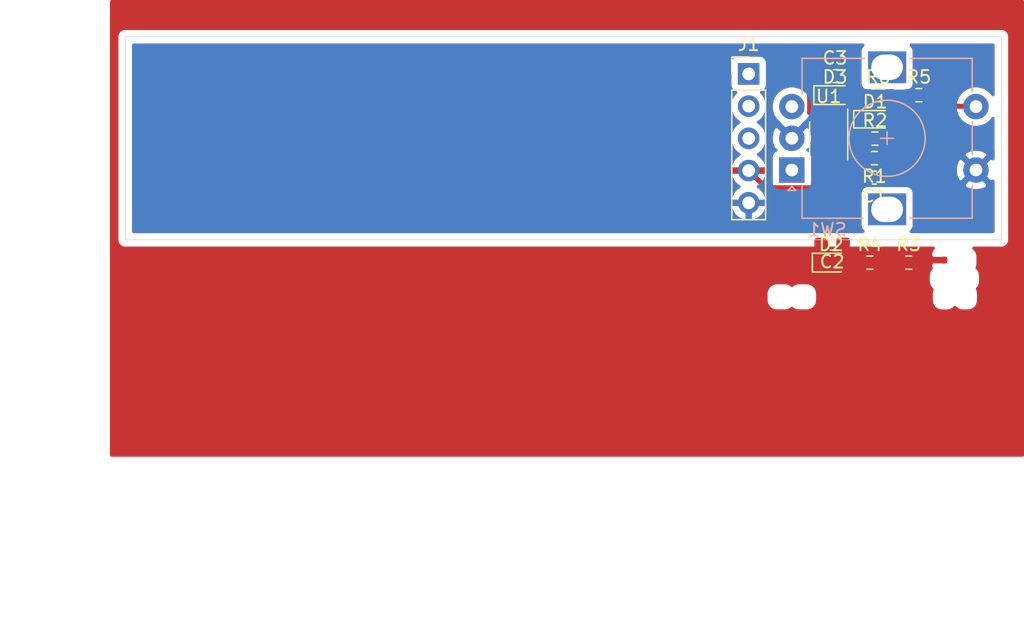
<source format=kicad_pcb>
(kicad_pcb (version 20171130) (host pcbnew 5.1.12-1.fc35)

  (general
    (thickness 1.6)
    (drawings 4)
    (tracks 23)
    (zones 0)
    (modules 15)
    (nets 12)
  )

  (page A4)
  (layers
    (0 F.Cu signal)
    (31 B.Cu signal)
    (32 B.Adhes user hide)
    (33 F.Adhes user hide)
    (34 B.Paste user hide)
    (35 F.Paste user hide)
    (36 B.SilkS user hide)
    (37 F.SilkS user hide)
    (38 B.Mask user hide)
    (39 F.Mask user)
    (40 Dwgs.User user)
    (41 Cmts.User user)
    (42 Eco1.User user hide)
    (43 Eco2.User user hide)
    (44 Edge.Cuts user)
    (45 Margin user)
    (46 B.CrtYd user)
    (47 F.CrtYd user)
    (48 B.Fab user hide)
    (49 F.Fab user hide)
  )

  (setup
    (last_trace_width 0.4)
    (user_trace_width 0.4)
    (user_trace_width 0.5)
    (user_trace_width 0.75)
    (user_trace_width 1)
    (trace_clearance 0.2)
    (zone_clearance 0.508)
    (zone_45_only no)
    (trace_min 0.2)
    (via_size 0.8)
    (via_drill 0.4)
    (via_min_size 0.4)
    (via_min_drill 0.3)
    (uvia_size 0.3)
    (uvia_drill 0.1)
    (uvias_allowed no)
    (uvia_min_size 0.2)
    (uvia_min_drill 0.1)
    (edge_width 0.05)
    (segment_width 0.2)
    (pcb_text_width 0.3)
    (pcb_text_size 1.5 1.5)
    (mod_edge_width 0.12)
    (mod_text_size 1 1)
    (mod_text_width 0.15)
    (pad_size 1.524 1.524)
    (pad_drill 0.762)
    (pad_to_mask_clearance 0)
    (aux_axis_origin 0 0)
    (visible_elements FFFFFF7F)
    (pcbplotparams
      (layerselection 0x010fc_ffffffff)
      (usegerberextensions false)
      (usegerberattributes true)
      (usegerberadvancedattributes true)
      (creategerberjobfile true)
      (excludeedgelayer true)
      (linewidth 0.100000)
      (plotframeref false)
      (viasonmask false)
      (mode 1)
      (useauxorigin false)
      (hpglpennumber 1)
      (hpglpenspeed 20)
      (hpglpendiameter 15.000000)
      (psnegative false)
      (psa4output false)
      (plotreference true)
      (plotvalue true)
      (plotinvisibletext false)
      (padsonsilk false)
      (subtractmaskfromsilk false)
      (outputformat 1)
      (mirror false)
      (drillshape 1)
      (scaleselection 1)
      (outputdirectory ""))
  )

  (net 0 "")
  (net 1 GND)
  (net 2 VCC)
  (net 3 Trig_1)
  (net 4 Trig_2)
  (net 5 Trig_3)
  (net 6 Sig_1)
  (net 7 Sig_2)
  (net 8 Sig_3)
  (net 9 "Net-(J1-Pad1)")
  (net 10 "Net-(J1-Pad2)")
  (net 11 "Net-(J1-Pad3)")

  (net_class Default "This is the default net class."
    (clearance 0.2)
    (trace_width 0.25)
    (via_dia 0.8)
    (via_drill 0.4)
    (uvia_dia 0.3)
    (uvia_drill 0.1)
    (add_net GND)
    (add_net "Net-(J1-Pad1)")
    (add_net "Net-(J1-Pad2)")
    (add_net "Net-(J1-Pad3)")
    (add_net Sig_1)
    (add_net Sig_2)
    (add_net Sig_3)
    (add_net Trig_1)
    (add_net Trig_2)
    (add_net Trig_3)
    (add_net VCC)
  )

  (module Resistor_SMD:R_0603_1608Metric_Pad0.98x0.95mm_HandSolder (layer F.Cu) (tedit 5F68FEEE) (tstamp 619EB4A2)
    (at 229.5 62.5)
    (descr "Resistor SMD 0603 (1608 Metric), square (rectangular) end terminal, IPC_7351 nominal with elongated pad for handsoldering. (Body size source: IPC-SM-782 page 72, https://www.pcb-3d.com/wordpress/wp-content/uploads/ipc-sm-782a_amendment_1_and_2.pdf), generated with kicad-footprint-generator")
    (tags "resistor handsolder")
    (path /61A01A41)
    (attr smd)
    (fp_text reference R6 (at 0 -1.43) (layer F.SilkS)
      (effects (font (size 1 1) (thickness 0.15)))
    )
    (fp_text value 18K2 (at 0 1.43) (layer F.Fab)
      (effects (font (size 1 1) (thickness 0.15)))
    )
    (fp_text user %R (at 0 0) (layer F.Fab)
      (effects (font (size 0.4 0.4) (thickness 0.06)))
    )
    (fp_line (start -0.8 0.4125) (end -0.8 -0.4125) (layer F.Fab) (width 0.1))
    (fp_line (start -0.8 -0.4125) (end 0.8 -0.4125) (layer F.Fab) (width 0.1))
    (fp_line (start 0.8 -0.4125) (end 0.8 0.4125) (layer F.Fab) (width 0.1))
    (fp_line (start 0.8 0.4125) (end -0.8 0.4125) (layer F.Fab) (width 0.1))
    (fp_line (start -0.254724 -0.5225) (end 0.254724 -0.5225) (layer F.SilkS) (width 0.12))
    (fp_line (start -0.254724 0.5225) (end 0.254724 0.5225) (layer F.SilkS) (width 0.12))
    (fp_line (start -1.65 0.73) (end -1.65 -0.73) (layer F.CrtYd) (width 0.05))
    (fp_line (start -1.65 -0.73) (end 1.65 -0.73) (layer F.CrtYd) (width 0.05))
    (fp_line (start 1.65 -0.73) (end 1.65 0.73) (layer F.CrtYd) (width 0.05))
    (fp_line (start 1.65 0.73) (end -1.65 0.73) (layer F.CrtYd) (width 0.05))
    (pad 2 smd roundrect (at 0.9125 0) (size 0.975 0.95) (layers F.Cu F.Paste F.Mask) (roundrect_rratio 0.25)
      (net 8 Sig_3))
    (pad 1 smd roundrect (at -0.9125 0) (size 0.975 0.95) (layers F.Cu F.Paste F.Mask) (roundrect_rratio 0.25)
      (net 5 Trig_3))
    (model ${KISYS3DMOD}/Resistor_SMD.3dshapes/R_0603_1608Metric.wrl
      (at (xyz 0 0 0))
      (scale (xyz 1 1 1))
      (rotate (xyz 0 0 0))
    )
  )

  (module Resistor_SMD:R_0603_1608Metric (layer F.Cu) (tedit 5F68FEEE) (tstamp 619EB493)
    (at 232.7 62.5)
    (descr "Resistor SMD 0603 (1608 Metric), square (rectangular) end terminal, IPC_7351 nominal, (Body size source: IPC-SM-782 page 72, https://www.pcb-3d.com/wordpress/wp-content/uploads/ipc-sm-782a_amendment_1_and_2.pdf), generated with kicad-footprint-generator")
    (tags resistor)
    (path /61A01A35)
    (attr smd)
    (fp_text reference R5 (at 0 -1.43) (layer F.SilkS)
      (effects (font (size 1 1) (thickness 0.15)))
    )
    (fp_text value 82K (at 0 1.43) (layer F.Fab)
      (effects (font (size 1 1) (thickness 0.15)))
    )
    (fp_text user %R (at 0 0) (layer F.Fab)
      (effects (font (size 0.4 0.4) (thickness 0.06)))
    )
    (fp_line (start -0.8 0.4125) (end -0.8 -0.4125) (layer F.Fab) (width 0.1))
    (fp_line (start -0.8 -0.4125) (end 0.8 -0.4125) (layer F.Fab) (width 0.1))
    (fp_line (start 0.8 -0.4125) (end 0.8 0.4125) (layer F.Fab) (width 0.1))
    (fp_line (start 0.8 0.4125) (end -0.8 0.4125) (layer F.Fab) (width 0.1))
    (fp_line (start -0.237258 -0.5225) (end 0.237258 -0.5225) (layer F.SilkS) (width 0.12))
    (fp_line (start -0.237258 0.5225) (end 0.237258 0.5225) (layer F.SilkS) (width 0.12))
    (fp_line (start -1.48 0.73) (end -1.48 -0.73) (layer F.CrtYd) (width 0.05))
    (fp_line (start -1.48 -0.73) (end 1.48 -0.73) (layer F.CrtYd) (width 0.05))
    (fp_line (start 1.48 -0.73) (end 1.48 0.73) (layer F.CrtYd) (width 0.05))
    (fp_line (start 1.48 0.73) (end -1.48 0.73) (layer F.CrtYd) (width 0.05))
    (pad 2 smd roundrect (at 0.825 0) (size 0.8 0.95) (layers F.Cu F.Paste F.Mask) (roundrect_rratio 0.25)
      (net 2 VCC))
    (pad 1 smd roundrect (at -0.825 0) (size 0.8 0.95) (layers F.Cu F.Paste F.Mask) (roundrect_rratio 0.25)
      (net 8 Sig_3))
    (model ${KISYS3DMOD}/Resistor_SMD.3dshapes/R_0603_1608Metric.wrl
      (at (xyz 0 0 0))
      (scale (xyz 1 1 1))
      (rotate (xyz 0 0 0))
    )
  )

  (module Resistor_SMD:R_0603_1608Metric (layer F.Cu) (tedit 5F68FEEE) (tstamp 619EB484)
    (at 228.841166 75.7)
    (descr "Resistor SMD 0603 (1608 Metric), square (rectangular) end terminal, IPC_7351 nominal, (Body size source: IPC-SM-782 page 72, https://www.pcb-3d.com/wordpress/wp-content/uploads/ipc-sm-782a_amendment_1_and_2.pdf), generated with kicad-footprint-generator")
    (tags resistor)
    (path /619FE153)
    (attr smd)
    (fp_text reference R4 (at 0 -1.43) (layer F.SilkS)
      (effects (font (size 1 1) (thickness 0.15)))
    )
    (fp_text value 18K2 (at 0 1.43) (layer F.Fab)
      (effects (font (size 1 1) (thickness 0.15)))
    )
    (fp_text user %R (at 0 0) (layer F.Fab)
      (effects (font (size 0.4 0.4) (thickness 0.06)))
    )
    (fp_line (start -0.8 0.4125) (end -0.8 -0.4125) (layer F.Fab) (width 0.1))
    (fp_line (start -0.8 -0.4125) (end 0.8 -0.4125) (layer F.Fab) (width 0.1))
    (fp_line (start 0.8 -0.4125) (end 0.8 0.4125) (layer F.Fab) (width 0.1))
    (fp_line (start 0.8 0.4125) (end -0.8 0.4125) (layer F.Fab) (width 0.1))
    (fp_line (start -0.237258 -0.5225) (end 0.237258 -0.5225) (layer F.SilkS) (width 0.12))
    (fp_line (start -0.237258 0.5225) (end 0.237258 0.5225) (layer F.SilkS) (width 0.12))
    (fp_line (start -1.48 0.73) (end -1.48 -0.73) (layer F.CrtYd) (width 0.05))
    (fp_line (start -1.48 -0.73) (end 1.48 -0.73) (layer F.CrtYd) (width 0.05))
    (fp_line (start 1.48 -0.73) (end 1.48 0.73) (layer F.CrtYd) (width 0.05))
    (fp_line (start 1.48 0.73) (end -1.48 0.73) (layer F.CrtYd) (width 0.05))
    (pad 2 smd roundrect (at 0.825 0) (size 0.8 0.95) (layers F.Cu F.Paste F.Mask) (roundrect_rratio 0.25)
      (net 7 Sig_2))
    (pad 1 smd roundrect (at -0.825 0) (size 0.8 0.95) (layers F.Cu F.Paste F.Mask) (roundrect_rratio 0.25)
      (net 4 Trig_2))
    (model ${KISYS3DMOD}/Resistor_SMD.3dshapes/R_0603_1608Metric.wrl
      (at (xyz 0 0 0))
      (scale (xyz 1 1 1))
      (rotate (xyz 0 0 0))
    )
  )

  (module Resistor_SMD:R_0603_1608Metric (layer F.Cu) (tedit 5F68FEEE) (tstamp 619EB475)
    (at 231.9 75.7)
    (descr "Resistor SMD 0603 (1608 Metric), square (rectangular) end terminal, IPC_7351 nominal, (Body size source: IPC-SM-782 page 72, https://www.pcb-3d.com/wordpress/wp-content/uploads/ipc-sm-782a_amendment_1_and_2.pdf), generated with kicad-footprint-generator")
    (tags resistor)
    (path /619FE147)
    (attr smd)
    (fp_text reference R3 (at 0 -1.43) (layer F.SilkS)
      (effects (font (size 1 1) (thickness 0.15)))
    )
    (fp_text value 82K (at 0 1.43) (layer F.Fab)
      (effects (font (size 1 1) (thickness 0.15)))
    )
    (fp_text user %R (at 0 0) (layer F.Fab)
      (effects (font (size 0.4 0.4) (thickness 0.06)))
    )
    (fp_line (start -0.8 0.4125) (end -0.8 -0.4125) (layer F.Fab) (width 0.1))
    (fp_line (start -0.8 -0.4125) (end 0.8 -0.4125) (layer F.Fab) (width 0.1))
    (fp_line (start 0.8 -0.4125) (end 0.8 0.4125) (layer F.Fab) (width 0.1))
    (fp_line (start 0.8 0.4125) (end -0.8 0.4125) (layer F.Fab) (width 0.1))
    (fp_line (start -0.237258 -0.5225) (end 0.237258 -0.5225) (layer F.SilkS) (width 0.12))
    (fp_line (start -0.237258 0.5225) (end 0.237258 0.5225) (layer F.SilkS) (width 0.12))
    (fp_line (start -1.48 0.73) (end -1.48 -0.73) (layer F.CrtYd) (width 0.05))
    (fp_line (start -1.48 -0.73) (end 1.48 -0.73) (layer F.CrtYd) (width 0.05))
    (fp_line (start 1.48 -0.73) (end 1.48 0.73) (layer F.CrtYd) (width 0.05))
    (fp_line (start 1.48 0.73) (end -1.48 0.73) (layer F.CrtYd) (width 0.05))
    (pad 2 smd roundrect (at 0.825 0) (size 0.8 0.95) (layers F.Cu F.Paste F.Mask) (roundrect_rratio 0.25)
      (net 2 VCC))
    (pad 1 smd roundrect (at -0.825 0) (size 0.8 0.95) (layers F.Cu F.Paste F.Mask) (roundrect_rratio 0.25)
      (net 7 Sig_2))
    (model ${KISYS3DMOD}/Resistor_SMD.3dshapes/R_0603_1608Metric.wrl
      (at (xyz 0 0 0))
      (scale (xyz 1 1 1))
      (rotate (xyz 0 0 0))
    )
  )

  (module Resistor_SMD:R_0603_1608Metric (layer F.Cu) (tedit 5F68FEEE) (tstamp 619E9FA2)
    (at 229.241166 65.926666)
    (descr "Resistor SMD 0603 (1608 Metric), square (rectangular) end terminal, IPC_7351 nominal, (Body size source: IPC-SM-782 page 72, https://www.pcb-3d.com/wordpress/wp-content/uploads/ipc-sm-782a_amendment_1_and_2.pdf), generated with kicad-footprint-generator")
    (tags resistor)
    (path /619D627B)
    (attr smd)
    (fp_text reference R2 (at 0 -1.43) (layer F.SilkS)
      (effects (font (size 1 1) (thickness 0.15)))
    )
    (fp_text value 18K2 (at 0 1.43) (layer F.Fab)
      (effects (font (size 1 1) (thickness 0.15)))
    )
    (fp_text user %R (at 0 0) (layer F.Fab)
      (effects (font (size 0.4 0.4) (thickness 0.06)))
    )
    (fp_line (start -0.8 0.4125) (end -0.8 -0.4125) (layer F.Fab) (width 0.1))
    (fp_line (start -0.8 -0.4125) (end 0.8 -0.4125) (layer F.Fab) (width 0.1))
    (fp_line (start 0.8 -0.4125) (end 0.8 0.4125) (layer F.Fab) (width 0.1))
    (fp_line (start 0.8 0.4125) (end -0.8 0.4125) (layer F.Fab) (width 0.1))
    (fp_line (start -0.237258 -0.5225) (end 0.237258 -0.5225) (layer F.SilkS) (width 0.12))
    (fp_line (start -0.237258 0.5225) (end 0.237258 0.5225) (layer F.SilkS) (width 0.12))
    (fp_line (start -1.48 0.73) (end -1.48 -0.73) (layer F.CrtYd) (width 0.05))
    (fp_line (start -1.48 -0.73) (end 1.48 -0.73) (layer F.CrtYd) (width 0.05))
    (fp_line (start 1.48 -0.73) (end 1.48 0.73) (layer F.CrtYd) (width 0.05))
    (fp_line (start 1.48 0.73) (end -1.48 0.73) (layer F.CrtYd) (width 0.05))
    (pad 2 smd roundrect (at 0.825 0) (size 0.8 0.95) (layers F.Cu F.Paste F.Mask) (roundrect_rratio 0.25)
      (net 6 Sig_1))
    (pad 1 smd roundrect (at -0.825 0) (size 0.8 0.95) (layers F.Cu F.Paste F.Mask) (roundrect_rratio 0.25)
      (net 3 Trig_1))
    (model ${KISYS3DMOD}/Resistor_SMD.3dshapes/R_0603_1608Metric.wrl
      (at (xyz 0 0 0))
      (scale (xyz 1 1 1))
      (rotate (xyz 0 0 0))
    )
  )

  (module Resistor_SMD:R_0603_1608Metric (layer F.Cu) (tedit 5F68FEEE) (tstamp 619E9FB6)
    (at 229.2 67.463332 180)
    (descr "Resistor SMD 0603 (1608 Metric), square (rectangular) end terminal, IPC_7351 nominal, (Body size source: IPC-SM-782 page 72, https://www.pcb-3d.com/wordpress/wp-content/uploads/ipc-sm-782a_amendment_1_and_2.pdf), generated with kicad-footprint-generator")
    (tags resistor)
    (path /619D386E)
    (attr smd)
    (fp_text reference R1 (at 0 -1.43) (layer F.SilkS)
      (effects (font (size 1 1) (thickness 0.15)))
    )
    (fp_text value 82K (at 0 1.43) (layer F.Fab)
      (effects (font (size 1 1) (thickness 0.15)))
    )
    (fp_text user %R (at 0 0) (layer F.Fab)
      (effects (font (size 0.4 0.4) (thickness 0.06)))
    )
    (fp_line (start -0.8 0.4125) (end -0.8 -0.4125) (layer F.Fab) (width 0.1))
    (fp_line (start -0.8 -0.4125) (end 0.8 -0.4125) (layer F.Fab) (width 0.1))
    (fp_line (start 0.8 -0.4125) (end 0.8 0.4125) (layer F.Fab) (width 0.1))
    (fp_line (start 0.8 0.4125) (end -0.8 0.4125) (layer F.Fab) (width 0.1))
    (fp_line (start -0.237258 -0.5225) (end 0.237258 -0.5225) (layer F.SilkS) (width 0.12))
    (fp_line (start -0.237258 0.5225) (end 0.237258 0.5225) (layer F.SilkS) (width 0.12))
    (fp_line (start -1.48 0.73) (end -1.48 -0.73) (layer F.CrtYd) (width 0.05))
    (fp_line (start -1.48 -0.73) (end 1.48 -0.73) (layer F.CrtYd) (width 0.05))
    (fp_line (start 1.48 -0.73) (end 1.48 0.73) (layer F.CrtYd) (width 0.05))
    (fp_line (start 1.48 0.73) (end -1.48 0.73) (layer F.CrtYd) (width 0.05))
    (pad 2 smd roundrect (at 0.825 0 180) (size 0.8 0.95) (layers F.Cu F.Paste F.Mask) (roundrect_rratio 0.25)
      (net 2 VCC))
    (pad 1 smd roundrect (at -0.825 0 180) (size 0.8 0.95) (layers F.Cu F.Paste F.Mask) (roundrect_rratio 0.25)
      (net 6 Sig_1))
    (model ${KISYS3DMOD}/Resistor_SMD.3dshapes/R_0603_1608Metric.wrl
      (at (xyz 0 0 0))
      (scale (xyz 1 1 1))
      (rotate (xyz 0 0 0))
    )
  )

  (module Diode_SMD:D_0603_1608Metric_Pad1.05x0.95mm_HandSolder (layer F.Cu) (tedit 5F68FEF0) (tstamp 619EB360)
    (at 226.1 62.5)
    (descr "Diode SMD 0603 (1608 Metric), square (rectangular) end terminal, IPC_7351 nominal, (Body size source: http://www.tortai-tech.com/upload/download/2011102023233369053.pdf), generated with kicad-footprint-generator")
    (tags "diode handsolder")
    (path /61A01A49)
    (attr smd)
    (fp_text reference D3 (at 0 -1.43) (layer F.SilkS)
      (effects (font (size 1 1) (thickness 0.15)))
    )
    (fp_text value 1N4148 (at 0 1.43) (layer F.Fab)
      (effects (font (size 1 1) (thickness 0.15)))
    )
    (fp_text user %R (at 0 0) (layer F.Fab)
      (effects (font (size 0.4 0.4) (thickness 0.06)))
    )
    (fp_line (start 0.8 -0.4) (end -0.5 -0.4) (layer F.Fab) (width 0.1))
    (fp_line (start -0.5 -0.4) (end -0.8 -0.1) (layer F.Fab) (width 0.1))
    (fp_line (start -0.8 -0.1) (end -0.8 0.4) (layer F.Fab) (width 0.1))
    (fp_line (start -0.8 0.4) (end 0.8 0.4) (layer F.Fab) (width 0.1))
    (fp_line (start 0.8 0.4) (end 0.8 -0.4) (layer F.Fab) (width 0.1))
    (fp_line (start 0.8 -0.735) (end -1.66 -0.735) (layer F.SilkS) (width 0.12))
    (fp_line (start -1.66 -0.735) (end -1.66 0.735) (layer F.SilkS) (width 0.12))
    (fp_line (start -1.66 0.735) (end 0.8 0.735) (layer F.SilkS) (width 0.12))
    (fp_line (start -1.65 0.73) (end -1.65 -0.73) (layer F.CrtYd) (width 0.05))
    (fp_line (start -1.65 -0.73) (end 1.65 -0.73) (layer F.CrtYd) (width 0.05))
    (fp_line (start 1.65 -0.73) (end 1.65 0.73) (layer F.CrtYd) (width 0.05))
    (fp_line (start 1.65 0.73) (end -1.65 0.73) (layer F.CrtYd) (width 0.05))
    (pad 2 smd roundrect (at 0.875 0) (size 1.05 0.95) (layers F.Cu F.Paste F.Mask) (roundrect_rratio 0.25)
      (net 8 Sig_3))
    (pad 1 smd roundrect (at -0.875 0) (size 1.05 0.95) (layers F.Cu F.Paste F.Mask) (roundrect_rratio 0.25)
      (net 5 Trig_3))
    (model ${KISYS3DMOD}/Diode_SMD.3dshapes/D_0603_1608Metric.wrl
      (at (xyz 0 0 0))
      (scale (xyz 1 1 1))
      (rotate (xyz 0 0 0))
    )
  )

  (module Diode_SMD:D_0603_1608Metric (layer F.Cu) (tedit 5F68FEF0) (tstamp 619EB34F)
    (at 225.8 75.7)
    (descr "Diode SMD 0603 (1608 Metric), square (rectangular) end terminal, IPC_7351 nominal, (Body size source: http://www.tortai-tech.com/upload/download/2011102023233369053.pdf), generated with kicad-footprint-generator")
    (tags diode)
    (path /619FE15B)
    (attr smd)
    (fp_text reference D2 (at 0 -1.43) (layer F.SilkS)
      (effects (font (size 1 1) (thickness 0.15)))
    )
    (fp_text value 1N4148 (at 0 1.43) (layer F.Fab)
      (effects (font (size 1 1) (thickness 0.15)))
    )
    (fp_text user %R (at 0 0) (layer F.Fab)
      (effects (font (size 0.4 0.4) (thickness 0.06)))
    )
    (fp_line (start 0.8 -0.4) (end -0.5 -0.4) (layer F.Fab) (width 0.1))
    (fp_line (start -0.5 -0.4) (end -0.8 -0.1) (layer F.Fab) (width 0.1))
    (fp_line (start -0.8 -0.1) (end -0.8 0.4) (layer F.Fab) (width 0.1))
    (fp_line (start -0.8 0.4) (end 0.8 0.4) (layer F.Fab) (width 0.1))
    (fp_line (start 0.8 0.4) (end 0.8 -0.4) (layer F.Fab) (width 0.1))
    (fp_line (start 0.8 -0.735) (end -1.485 -0.735) (layer F.SilkS) (width 0.12))
    (fp_line (start -1.485 -0.735) (end -1.485 0.735) (layer F.SilkS) (width 0.12))
    (fp_line (start -1.485 0.735) (end 0.8 0.735) (layer F.SilkS) (width 0.12))
    (fp_line (start -1.48 0.73) (end -1.48 -0.73) (layer F.CrtYd) (width 0.05))
    (fp_line (start -1.48 -0.73) (end 1.48 -0.73) (layer F.CrtYd) (width 0.05))
    (fp_line (start 1.48 -0.73) (end 1.48 0.73) (layer F.CrtYd) (width 0.05))
    (fp_line (start 1.48 0.73) (end -1.48 0.73) (layer F.CrtYd) (width 0.05))
    (pad 2 smd roundrect (at 0.7875 0) (size 0.875 0.95) (layers F.Cu F.Paste F.Mask) (roundrect_rratio 0.25)
      (net 7 Sig_2))
    (pad 1 smd roundrect (at -0.7875 0) (size 0.875 0.95) (layers F.Cu F.Paste F.Mask) (roundrect_rratio 0.25)
      (net 4 Trig_2))
    (model ${KISYS3DMOD}/Diode_SMD.3dshapes/D_0603_1608Metric.wrl
      (at (xyz 0 0 0))
      (scale (xyz 1 1 1))
      (rotate (xyz 0 0 0))
    )
  )

  (module Diode_SMD:D_0603_1608Metric_Castellated (layer F.Cu) (tedit 5F68FEF1) (tstamp 619E9F91)
    (at 229.261166 64.4)
    (descr "Diode SMD 0603 (1608 Metric), castellated end terminal, IPC_7351 nominal, (Body size source: http://www.tortai-tech.com/upload/download/2011102023233369053.pdf), generated with kicad-footprint-generator")
    (tags "diode castellated")
    (path /619D2140)
    (attr smd)
    (fp_text reference D1 (at 0 -1.38) (layer F.SilkS)
      (effects (font (size 1 1) (thickness 0.15)))
    )
    (fp_text value 1N4148 (at 0 1.38) (layer F.Fab)
      (effects (font (size 1 1) (thickness 0.15)))
    )
    (fp_text user %R (at 0 0) (layer F.Fab)
      (effects (font (size 0.4 0.4) (thickness 0.06)))
    )
    (fp_line (start 0.8 -0.4) (end -0.5 -0.4) (layer F.Fab) (width 0.1))
    (fp_line (start -0.5 -0.4) (end -0.8 -0.1) (layer F.Fab) (width 0.1))
    (fp_line (start -0.8 -0.1) (end -0.8 0.4) (layer F.Fab) (width 0.1))
    (fp_line (start -0.8 0.4) (end 0.8 0.4) (layer F.Fab) (width 0.1))
    (fp_line (start 0.8 0.4) (end 0.8 -0.4) (layer F.Fab) (width 0.1))
    (fp_line (start 0.8 -0.685) (end -1.685 -0.685) (layer F.SilkS) (width 0.12))
    (fp_line (start -1.685 -0.685) (end -1.685 0.685) (layer F.SilkS) (width 0.12))
    (fp_line (start -1.685 0.685) (end 0.8 0.685) (layer F.SilkS) (width 0.12))
    (fp_line (start -1.68 0.68) (end -1.68 -0.68) (layer F.CrtYd) (width 0.05))
    (fp_line (start -1.68 -0.68) (end 1.68 -0.68) (layer F.CrtYd) (width 0.05))
    (fp_line (start 1.68 -0.68) (end 1.68 0.68) (layer F.CrtYd) (width 0.05))
    (fp_line (start 1.68 0.68) (end -1.68 0.68) (layer F.CrtYd) (width 0.05))
    (pad 2 smd roundrect (at 0.8125 0) (size 1.225 0.85) (layers F.Cu F.Paste F.Mask) (roundrect_rratio 0.25)
      (net 6 Sig_1))
    (pad 1 smd roundrect (at -0.8125 0) (size 1.225 0.85) (layers F.Cu F.Paste F.Mask) (roundrect_rratio 0.25)
      (net 3 Trig_1))
    (model ${KISYS3DMOD}/Diode_SMD.3dshapes/D_0603_1608Metric_Castellated.wrl
      (at (xyz 0 0 0))
      (scale (xyz 1 1 1))
      (rotate (xyz 0 0 0))
    )
  )

  (module Capacitor_SMD:C_0603_1608Metric_Pad1.08x0.95mm_HandSolder (layer F.Cu) (tedit 5F68FEEF) (tstamp 619EB2C0)
    (at 226.1 61)
    (descr "Capacitor SMD 0603 (1608 Metric), square (rectangular) end terminal, IPC_7351 nominal with elongated pad for handsoldering. (Body size source: IPC-SM-782 page 76, https://www.pcb-3d.com/wordpress/wp-content/uploads/ipc-sm-782a_amendment_1_and_2.pdf), generated with kicad-footprint-generator")
    (tags "capacitor handsolder")
    (path /61A01A4F)
    (attr smd)
    (fp_text reference C3 (at 0 -1.43) (layer F.SilkS)
      (effects (font (size 1 1) (thickness 0.15)))
    )
    (fp_text value 100nF (at 0 1.43) (layer F.Fab)
      (effects (font (size 1 1) (thickness 0.15)))
    )
    (fp_text user %R (at 0 0) (layer F.Fab)
      (effects (font (size 0.4 0.4) (thickness 0.06)))
    )
    (fp_line (start -0.8 0.4) (end -0.8 -0.4) (layer F.Fab) (width 0.1))
    (fp_line (start -0.8 -0.4) (end 0.8 -0.4) (layer F.Fab) (width 0.1))
    (fp_line (start 0.8 -0.4) (end 0.8 0.4) (layer F.Fab) (width 0.1))
    (fp_line (start 0.8 0.4) (end -0.8 0.4) (layer F.Fab) (width 0.1))
    (fp_line (start -0.146267 -0.51) (end 0.146267 -0.51) (layer F.SilkS) (width 0.12))
    (fp_line (start -0.146267 0.51) (end 0.146267 0.51) (layer F.SilkS) (width 0.12))
    (fp_line (start -1.65 0.73) (end -1.65 -0.73) (layer F.CrtYd) (width 0.05))
    (fp_line (start -1.65 -0.73) (end 1.65 -0.73) (layer F.CrtYd) (width 0.05))
    (fp_line (start 1.65 -0.73) (end 1.65 0.73) (layer F.CrtYd) (width 0.05))
    (fp_line (start 1.65 0.73) (end -1.65 0.73) (layer F.CrtYd) (width 0.05))
    (pad 2 smd roundrect (at 0.8625 0) (size 1.075 0.95) (layers F.Cu F.Paste F.Mask) (roundrect_rratio 0.25)
      (net 5 Trig_3))
    (pad 1 smd roundrect (at -0.8625 0) (size 1.075 0.95) (layers F.Cu F.Paste F.Mask) (roundrect_rratio 0.25)
      (net 1 GND))
    (model ${KISYS3DMOD}/Capacitor_SMD.3dshapes/C_0603_1608Metric.wrl
      (at (xyz 0 0 0))
      (scale (xyz 1 1 1))
      (rotate (xyz 0 0 0))
    )
  )

  (module Capacitor_SMD:C_0603_1608Metric_Pad1.08x0.95mm_HandSolder (layer F.Cu) (tedit 5F68FEEF) (tstamp 619EB2AB)
    (at 225.875 74.2 180)
    (descr "Capacitor SMD 0603 (1608 Metric), square (rectangular) end terminal, IPC_7351 nominal with elongated pad for handsoldering. (Body size source: IPC-SM-782 page 76, https://www.pcb-3d.com/wordpress/wp-content/uploads/ipc-sm-782a_amendment_1_and_2.pdf), generated with kicad-footprint-generator")
    (tags "capacitor handsolder")
    (path /619FE161)
    (attr smd)
    (fp_text reference C2 (at 0 -1.43) (layer F.SilkS)
      (effects (font (size 1 1) (thickness 0.15)))
    )
    (fp_text value 100nF (at 0 1.43) (layer F.Fab)
      (effects (font (size 1 1) (thickness 0.15)))
    )
    (fp_text user %R (at 0 0) (layer F.Fab)
      (effects (font (size 0.4 0.4) (thickness 0.06)))
    )
    (fp_line (start -0.8 0.4) (end -0.8 -0.4) (layer F.Fab) (width 0.1))
    (fp_line (start -0.8 -0.4) (end 0.8 -0.4) (layer F.Fab) (width 0.1))
    (fp_line (start 0.8 -0.4) (end 0.8 0.4) (layer F.Fab) (width 0.1))
    (fp_line (start 0.8 0.4) (end -0.8 0.4) (layer F.Fab) (width 0.1))
    (fp_line (start -0.146267 -0.51) (end 0.146267 -0.51) (layer F.SilkS) (width 0.12))
    (fp_line (start -0.146267 0.51) (end 0.146267 0.51) (layer F.SilkS) (width 0.12))
    (fp_line (start -1.65 0.73) (end -1.65 -0.73) (layer F.CrtYd) (width 0.05))
    (fp_line (start -1.65 -0.73) (end 1.65 -0.73) (layer F.CrtYd) (width 0.05))
    (fp_line (start 1.65 -0.73) (end 1.65 0.73) (layer F.CrtYd) (width 0.05))
    (fp_line (start 1.65 0.73) (end -1.65 0.73) (layer F.CrtYd) (width 0.05))
    (pad 2 smd roundrect (at 0.8625 0 180) (size 1.075 0.95) (layers F.Cu F.Paste F.Mask) (roundrect_rratio 0.25)
      (net 4 Trig_2))
    (pad 1 smd roundrect (at -0.8625 0 180) (size 1.075 0.95) (layers F.Cu F.Paste F.Mask) (roundrect_rratio 0.25)
      (net 1 GND))
    (model ${KISYS3DMOD}/Capacitor_SMD.3dshapes/C_0603_1608Metric.wrl
      (at (xyz 0 0 0))
      (scale (xyz 1 1 1))
      (rotate (xyz 0 0 0))
    )
  )

  (module Capacitor_SMD:C_0603_1608Metric_Pad1.08x0.95mm_HandSolder (layer F.Cu) (tedit 5F68FEEF) (tstamp 619EDB0D)
    (at 229.2 69 180)
    (descr "Capacitor SMD 0603 (1608 Metric), square (rectangular) end terminal, IPC_7351 nominal with elongated pad for handsoldering. (Body size source: IPC-SM-782 page 76, https://www.pcb-3d.com/wordpress/wp-content/uploads/ipc-sm-782a_amendment_1_and_2.pdf), generated with kicad-footprint-generator")
    (tags "capacitor handsolder")
    (path /619D2E8F)
    (attr smd)
    (fp_text reference C1 (at 0 -1.43) (layer F.SilkS)
      (effects (font (size 1 1) (thickness 0.15)))
    )
    (fp_text value 100nF (at 0 1.43) (layer F.Fab)
      (effects (font (size 1 1) (thickness 0.15)))
    )
    (fp_text user %R (at 0 0) (layer F.Fab)
      (effects (font (size 0.4 0.4) (thickness 0.06)))
    )
    (fp_line (start -0.8 0.4) (end -0.8 -0.4) (layer F.Fab) (width 0.1))
    (fp_line (start -0.8 -0.4) (end 0.8 -0.4) (layer F.Fab) (width 0.1))
    (fp_line (start 0.8 -0.4) (end 0.8 0.4) (layer F.Fab) (width 0.1))
    (fp_line (start 0.8 0.4) (end -0.8 0.4) (layer F.Fab) (width 0.1))
    (fp_line (start -0.146267 -0.51) (end 0.146267 -0.51) (layer F.SilkS) (width 0.12))
    (fp_line (start -0.146267 0.51) (end 0.146267 0.51) (layer F.SilkS) (width 0.12))
    (fp_line (start -1.65 0.73) (end -1.65 -0.73) (layer F.CrtYd) (width 0.05))
    (fp_line (start -1.65 -0.73) (end 1.65 -0.73) (layer F.CrtYd) (width 0.05))
    (fp_line (start 1.65 -0.73) (end 1.65 0.73) (layer F.CrtYd) (width 0.05))
    (fp_line (start 1.65 0.73) (end -1.65 0.73) (layer F.CrtYd) (width 0.05))
    (pad 2 smd roundrect (at 0.8625 0 180) (size 1.075 0.95) (layers F.Cu F.Paste F.Mask) (roundrect_rratio 0.25)
      (net 3 Trig_1))
    (pad 1 smd roundrect (at -0.8625 0 180) (size 1.075 0.95) (layers F.Cu F.Paste F.Mask) (roundrect_rratio 0.25)
      (net 1 GND))
    (model ${KISYS3DMOD}/Capacitor_SMD.3dshapes/C_0603_1608Metric.wrl
      (at (xyz 0 0 0))
      (scale (xyz 1 1 1))
      (rotate (xyz 0 0 0))
    )
  )

  (module Package_SO:SSOP-8_2.95x2.8mm_P0.65mm (layer F.Cu) (tedit 5A02F25C) (tstamp 619EA000)
    (at 225.6 66.1 270)
    (descr "SSOP-8 2.9 x2.8mm Pitch 0.65mm")
    (tags "SSOP-8 2.95x2.8mm Pitch 0.65mm")
    (path /619EC3D6)
    (attr smd)
    (fp_text reference U1 (at -3.5 0 180) (layer F.SilkS)
      (effects (font (size 1 1) (thickness 0.15)))
    )
    (fp_text value 74LVC3G14 (at 0 2.6 90) (layer F.Fab)
      (effects (font (size 1 1) (thickness 0.15)))
    )
    (fp_line (start 1.475 -1.4) (end 1.475 1.4) (layer F.Fab) (width 0.1))
    (fp_line (start 1.475 1.4) (end -1.475 1.4) (layer F.Fab) (width 0.1))
    (fp_line (start -1.475 1.4) (end -1.475 -0.7) (layer F.Fab) (width 0.1))
    (fp_line (start -0.475 -1.4) (end 1.475 -1.4) (layer F.Fab) (width 0.1))
    (fp_line (start -0.475 -1.4) (end -1.475 -0.7) (layer F.Fab) (width 0.1))
    (fp_line (start 1.5 -1.5) (end -2.5 -1.5) (layer F.SilkS) (width 0.12))
    (fp_line (start 1.5 1.5) (end -1.5 1.5) (layer F.SilkS) (width 0.12))
    (fp_line (start 2.75 -1.65) (end 2.75 1.65) (layer F.CrtYd) (width 0.05))
    (fp_line (start 2.75 1.65) (end -2.75 1.65) (layer F.CrtYd) (width 0.05))
    (fp_line (start -2.75 1.65) (end -2.75 -1.65) (layer F.CrtYd) (width 0.05))
    (fp_line (start -2.75 -1.65) (end 2.75 -1.65) (layer F.CrtYd) (width 0.05))
    (fp_text user %R (at 0 0 90) (layer F.Fab)
      (effects (font (size 0.6 0.6) (thickness 0.15)))
    )
    (pad 8 smd rect (at 1.7 -0.975 180) (size 0.3 1.6) (layers F.Cu F.Paste F.Mask)
      (net 2 VCC))
    (pad 7 smd rect (at 1.7 -0.325 180) (size 0.3 1.6) (layers F.Cu F.Paste F.Mask)
      (net 9 "Net-(J1-Pad1)"))
    (pad 6 smd rect (at 1.7 0.325 180) (size 0.3 1.6) (layers F.Cu F.Paste F.Mask)
      (net 4 Trig_2))
    (pad 5 smd rect (at 1.7 0.975 180) (size 0.3 1.6) (layers F.Cu F.Paste F.Mask)
      (net 11 "Net-(J1-Pad3)"))
    (pad 4 smd rect (at -1.7 0.975 180) (size 0.3 1.6) (layers F.Cu F.Paste F.Mask)
      (net 1 GND))
    (pad 3 smd rect (at -1.7 0.325 180) (size 0.3 1.6) (layers F.Cu F.Paste F.Mask)
      (net 5 Trig_3))
    (pad 2 smd rect (at -1.7 -0.325 180) (size 0.3 1.6) (layers F.Cu F.Paste F.Mask)
      (net 10 "Net-(J1-Pad2)"))
    (pad 1 smd rect (at -1.7 -0.975 180) (size 0.3 1.6) (layers F.Cu F.Paste F.Mask)
      (net 3 Trig_1))
    (model ${KISYS3DMOD}/Package_SO.3dshapes/SSOP-8_2.95x2.8mm_P0.65mm.wrl
      (at (xyz 0 0 0))
      (scale (xyz 1 1 1))
      (rotate (xyz 0 0 0))
    )
  )

  (module Rotary_Encoder:RotaryEncoder_Alps_EC12E-Switch_Vertical_H20mm locked (layer B.Cu) (tedit 5A64F492) (tstamp 619FE549)
    (at 222.7 68.4)
    (descr "Alps rotary encoder, EC12E... with switch, vertical shaft, http://www.alps.com/prod/info/E/HTML/Encoder/Incremental/EC12E/EC12E1240405.html & http://cdn-reichelt.de/documents/datenblatt/F100/402097STEC12E08.PDF")
    (tags "rotary encoder")
    (path /619FF0BC)
    (fp_text reference SW1 (at 2.8 4.7) (layer B.SilkS)
      (effects (font (size 1 1) (thickness 0.15)) (justify mirror))
    )
    (fp_text value Rotary_Encoder_Switch (at 7.5 -10.4) (layer B.Fab)
      (effects (font (size 1 1) (thickness 0.15)) (justify mirror))
    )
    (fp_circle (center 7.5 -2.5) (end 10.5 -2.5) (layer B.Fab) (width 0.12))
    (fp_circle (center 7.5 -2.5) (end 10.5 -2.5) (layer B.SilkS) (width 0.12))
    (fp_line (start 16 -9.85) (end -1.5 -9.85) (layer B.CrtYd) (width 0.05))
    (fp_line (start 16 -9.85) (end 16 4.85) (layer B.CrtYd) (width 0.05))
    (fp_line (start -1.5 4.85) (end -1.5 -9.85) (layer B.CrtYd) (width 0.05))
    (fp_line (start -1.5 4.85) (end 16 4.85) (layer B.CrtYd) (width 0.05))
    (fp_line (start 1.9 3.7) (end 14.1 3.7) (layer B.Fab) (width 0.12))
    (fp_line (start 14.1 3.7) (end 14.1 -8.7) (layer B.Fab) (width 0.12))
    (fp_line (start 14.1 -8.7) (end 0.9 -8.7) (layer B.Fab) (width 0.12))
    (fp_line (start 0.9 -8.7) (end 0.9 2.6) (layer B.Fab) (width 0.12))
    (fp_line (start 0.9 2.6) (end 1.9 3.7) (layer B.Fab) (width 0.12))
    (fp_line (start 9.3 3.8) (end 14.2 3.8) (layer B.SilkS) (width 0.12))
    (fp_line (start 14.2 -8.8) (end 9.3 -8.8) (layer B.SilkS) (width 0.12))
    (fp_line (start 5.7 -8.8) (end 0.8 -8.8) (layer B.SilkS) (width 0.12))
    (fp_line (start 0.8 -8.8) (end 0.8 -6) (layer B.SilkS) (width 0.12))
    (fp_line (start 5.6 3.8) (end 0.8 3.8) (layer B.SilkS) (width 0.12))
    (fp_line (start 0.8 3.8) (end 0.8 1.3) (layer B.SilkS) (width 0.12))
    (fp_line (start 0 1.3) (end -0.3 1.6) (layer B.SilkS) (width 0.12))
    (fp_line (start -0.3 1.6) (end 0.3 1.6) (layer B.SilkS) (width 0.12))
    (fp_line (start 0.3 1.6) (end 0 1.3) (layer B.SilkS) (width 0.12))
    (fp_line (start 7.5 0.5) (end 7.5 -5.5) (layer B.Fab) (width 0.12))
    (fp_line (start 4.5 -2.5) (end 10.5 -2.5) (layer B.Fab) (width 0.12))
    (fp_line (start 14.2 3.8) (end 14.2 1.2) (layer B.SilkS) (width 0.12))
    (fp_line (start 14.2 -1.2) (end 14.2 -3.8) (layer B.SilkS) (width 0.12))
    (fp_line (start 14.2 -6.2) (end 14.2 -8.8) (layer B.SilkS) (width 0.12))
    (fp_line (start 7.5 -2) (end 7.5 -3) (layer B.SilkS) (width 0.12))
    (fp_line (start 7 -2.5) (end 8 -2.5) (layer B.SilkS) (width 0.12))
    (fp_text user %R (at 11.5 -6.6) (layer B.Fab)
      (effects (font (size 1 1) (thickness 0.15)) (justify mirror))
    )
    (pad S2 thru_hole circle (at 14.5 -5) (size 2 2) (drill 1) (layers *.Cu *.Mask)
      (net 8 Sig_3))
    (pad S1 thru_hole circle (at 14.5 0) (size 2 2) (drill 1) (layers *.Cu *.Mask)
      (net 1 GND))
    (pad MP thru_hole rect (at 7.5 -8.1) (size 3 2.5) (drill oval 2.5 2) (layers *.Cu *.Mask))
    (pad MP thru_hole rect (at 7.5 3.1) (size 3 2.5) (drill oval 2.5 2) (layers *.Cu *.Mask))
    (pad B thru_hole circle (at 0 -5) (size 2 2) (drill 1) (layers *.Cu *.Mask)
      (net 7 Sig_2))
    (pad C thru_hole circle (at 0 -2.5) (size 2 2) (drill 1) (layers *.Cu *.Mask)
      (net 1 GND))
    (pad A thru_hole rect (at 0 0) (size 2 2) (drill 1) (layers *.Cu *.Mask)
      (net 6 Sig_1))
    (model ${KISYS3DMOD}/Rotary_Encoder.3dshapes/RotaryEncoder_Alps_EC12E-Switch_Vertical_H20mm.wrl
      (at (xyz 0 0 0))
      (scale (xyz 1 1 1))
      (rotate (xyz 0 5 0))
    )
    (model /home/graham/KiCAD/libraries_3rdParty/ALPS_Encoder/EC12E-150/EC12E-150.STEP
      (offset (xyz 7.5 -2.5 2.5))
      (scale (xyz 1 1 1))
      (rotate (xyz 0 0 90))
    )
  )

  (module Connector_PinHeader_2.54mm:PinHeader_1x05_P2.54mm_Vertical (layer F.Cu) (tedit 59FED5CC) (tstamp 61A137F2)
    (at 219.3 60.825)
    (descr "Through hole straight pin header, 1x05, 2.54mm pitch, single row")
    (tags "Through hole pin header THT 1x05 2.54mm single row")
    (path /61B1F759)
    (fp_text reference J1 (at 0 -2.33) (layer F.SilkS)
      (effects (font (size 1 1) (thickness 0.15)))
    )
    (fp_text value Interface (at 0 12.49) (layer F.Fab)
      (effects (font (size 1 1) (thickness 0.15)))
    )
    (fp_line (start 1.8 -1.8) (end -1.8 -1.8) (layer F.CrtYd) (width 0.05))
    (fp_line (start 1.8 11.95) (end 1.8 -1.8) (layer F.CrtYd) (width 0.05))
    (fp_line (start -1.8 11.95) (end 1.8 11.95) (layer F.CrtYd) (width 0.05))
    (fp_line (start -1.8 -1.8) (end -1.8 11.95) (layer F.CrtYd) (width 0.05))
    (fp_line (start -1.33 -1.33) (end 0 -1.33) (layer F.SilkS) (width 0.12))
    (fp_line (start -1.33 0) (end -1.33 -1.33) (layer F.SilkS) (width 0.12))
    (fp_line (start -1.33 1.27) (end 1.33 1.27) (layer F.SilkS) (width 0.12))
    (fp_line (start 1.33 1.27) (end 1.33 11.49) (layer F.SilkS) (width 0.12))
    (fp_line (start -1.33 1.27) (end -1.33 11.49) (layer F.SilkS) (width 0.12))
    (fp_line (start -1.33 11.49) (end 1.33 11.49) (layer F.SilkS) (width 0.12))
    (fp_line (start -1.27 -0.635) (end -0.635 -1.27) (layer F.Fab) (width 0.1))
    (fp_line (start -1.27 11.43) (end -1.27 -0.635) (layer F.Fab) (width 0.1))
    (fp_line (start 1.27 11.43) (end -1.27 11.43) (layer F.Fab) (width 0.1))
    (fp_line (start 1.27 -1.27) (end 1.27 11.43) (layer F.Fab) (width 0.1))
    (fp_line (start -0.635 -1.27) (end 1.27 -1.27) (layer F.Fab) (width 0.1))
    (fp_text user %R (at 0 5.08 90) (layer F.Fab)
      (effects (font (size 1 1) (thickness 0.15)))
    )
    (pad 1 thru_hole rect (at 0 0) (size 1.7 1.7) (drill 1) (layers *.Cu *.Mask)
      (net 9 "Net-(J1-Pad1)"))
    (pad 2 thru_hole oval (at 0 2.54) (size 1.7 1.7) (drill 1) (layers *.Cu *.Mask)
      (net 10 "Net-(J1-Pad2)"))
    (pad 3 thru_hole oval (at 0 5.08) (size 1.7 1.7) (drill 1) (layers *.Cu *.Mask)
      (net 11 "Net-(J1-Pad3)"))
    (pad 4 thru_hole oval (at 0 7.62) (size 1.7 1.7) (drill 1) (layers *.Cu *.Mask)
      (net 2 VCC))
    (pad 5 thru_hole oval (at 0 10.16) (size 1.7 1.7) (drill 1) (layers *.Cu *.Mask)
      (net 1 GND))
    (model ${KISYS3DMOD}/Connector_PinHeader_2.54mm.3dshapes/PinHeader_1x05_P2.54mm_Vertical.wrl
      (at (xyz 0 0 0))
      (scale (xyz 1 1 1))
      (rotate (xyz 0 0 0))
    )
  )

  (gr_line (start 170.2 73.9) (end 239.2 73.9) (layer Edge.Cuts) (width 0.05) (tstamp 619EE6F9))
  (gr_line (start 239.2 73.9) (end 239.2 57.9) (layer Edge.Cuts) (width 0.05) (tstamp 619EE6F3))
  (gr_line (start 170.2 73.9) (end 170.2 57.9) (layer Edge.Cuts) (width 0.05) (tstamp 619EE588))
  (gr_line (start 170.2 57.9) (end 239.2 57.9) (layer Edge.Cuts) (width 0.05))

  (segment (start 225.275 62.55) (end 225.225 62.5) (width 0.4) (layer F.Cu) (net 5) (status 30))
  (segment (start 225.275 64.4) (end 225.275 62.55) (width 0.4) (layer F.Cu) (net 5) (status 30))
  (segment (start 227.2875 61.2) (end 228.5875 62.5) (width 0.4) (layer F.Cu) (net 5) (status 30))
  (segment (start 225.225 61.0125) (end 225.2375 61) (width 0.4) (layer F.Cu) (net 1) (status 30))
  (segment (start 225.2375 61) (end 224.8 61) (width 0.4) (layer F.Cu) (net 1) (status 30))
  (segment (start 224.8 61) (end 224.1 61.7) (width 0.4) (layer F.Cu) (net 1) (status 10))
  (segment (start 224.1 63.875) (end 224.625 64.4) (width 0.4) (layer F.Cu) (net 1) (status 20))
  (segment (start 224.1 61.7) (end 224.1 63.875) (width 0.4) (layer F.Cu) (net 1))
  (segment (start 220.655001 69.800001) (end 226.499999 69.800001) (width 0.4) (layer F.Cu) (net 2))
  (segment (start 219.3 68.445) (end 220.655001 69.800001) (width 0.4) (layer F.Cu) (net 2) (status 10))
  (segment (start 226.575 69.725) (end 226.575 67.8) (width 0.4) (layer F.Cu) (net 2) (status 20))
  (segment (start 226.499999 69.800001) (end 226.575 69.725) (width 0.4) (layer F.Cu) (net 2))
  (segment (start 225.4625 62.5) (end 226.9625 61) (width 0.4) (layer F.Cu) (net 5) (status 30))
  (segment (start 225.225 62.5) (end 225.4625 62.5) (width 0.4) (layer F.Cu) (net 5) (status 30))
  (segment (start 222.46 63.4) (end 222.5 63.44) (width 1) (layer F.Cu) (net 7) (status 30))
  (segment (start 222.44 68.5) (end 222.5 68.44) (width 1) (layer F.Cu) (net 6) (status 30))
  (segment (start 237.17501 63.37501) (end 237.2 63.4) (width 0.4) (layer F.Cu) (net 8) (status 30))
  (segment (start 232.75001 63.37501) (end 237.17501 63.37501) (width 0.4) (layer F.Cu) (net 8) (status 20))
  (segment (start 231.875 62.5) (end 232.75001 63.37501) (width 0.4) (layer F.Cu) (net 8) (status 10))
  (segment (start 230.4125 62.5) (end 231.875 62.5) (width 0.4) (layer F.Cu) (net 8) (status 30))
  (segment (start 229.53749 63.37501) (end 230.4125 62.5) (width 0.4) (layer F.Cu) (net 8) (status 20))
  (segment (start 227.85001 63.37501) (end 229.53749 63.37501) (width 0.4) (layer F.Cu) (net 8))
  (segment (start 226.975 62.5) (end 227.85001 63.37501) (width 0.4) (layer F.Cu) (net 8) (status 10))

  (zone (net 1) (net_name GND) (layer B.Cu) (tstamp 619E6B9B) (hatch edge 0.508)
    (connect_pads (clearance 0.508))
    (min_thickness 0.254)
    (fill yes (arc_segments 32) (thermal_gap 0.508) (thermal_bridge_width 0.508))
    (polygon
      (pts
        (xy 160.528 104.902) (xy 160.3375 104.902) (xy 160.527999 104.901561)
      )
    )
  )
  (zone (net 1) (net_name GND) (layer B.Cu) (tstamp 619E906A) (hatch edge 0.508)
    (connect_pads (clearance 0.508))
    (min_thickness 0.254)
    (fill yes (arc_segments 32) (thermal_gap 0.508) (thermal_bridge_width 0.508))
    (polygon
      (pts
        (xy 241 91) (xy 169 91) (xy 169 55) (xy 241 55)
      )
    )
    (filled_polygon
      (pts
        (xy 228.248815 58.598815) (xy 228.169463 58.695506) (xy 228.110498 58.80582) (xy 228.074188 58.925518) (xy 228.061928 59.05)
        (xy 228.061928 61.55) (xy 228.074188 61.674482) (xy 228.110498 61.79418) (xy 228.169463 61.904494) (xy 228.248815 62.001185)
        (xy 228.345506 62.080537) (xy 228.45582 62.139502) (xy 228.575518 62.175812) (xy 228.7 62.188072) (xy 231.7 62.188072)
        (xy 231.824482 62.175812) (xy 231.94418 62.139502) (xy 232.054494 62.080537) (xy 232.151185 62.001185) (xy 232.230537 61.904494)
        (xy 232.289502 61.79418) (xy 232.325812 61.674482) (xy 232.338072 61.55) (xy 232.338072 59.05) (xy 232.325812 58.925518)
        (xy 232.289502 58.80582) (xy 232.230537 58.695506) (xy 232.151185 58.598815) (xy 232.103889 58.56) (xy 238.540001 58.56)
        (xy 238.540001 62.462531) (xy 238.469987 62.357748) (xy 238.242252 62.130013) (xy 237.974463 61.951082) (xy 237.676912 61.827832)
        (xy 237.361033 61.765) (xy 237.038967 61.765) (xy 236.723088 61.827832) (xy 236.425537 61.951082) (xy 236.157748 62.130013)
        (xy 235.930013 62.357748) (xy 235.751082 62.625537) (xy 235.627832 62.923088) (xy 235.565 63.238967) (xy 235.565 63.561033)
        (xy 235.627832 63.876912) (xy 235.751082 64.174463) (xy 235.930013 64.442252) (xy 236.157748 64.669987) (xy 236.425537 64.848918)
        (xy 236.723088 64.972168) (xy 237.038967 65.035) (xy 237.361033 65.035) (xy 237.676912 64.972168) (xy 237.974463 64.848918)
        (xy 238.242252 64.669987) (xy 238.469987 64.442252) (xy 238.540001 64.337469) (xy 238.54 67.518292) (xy 238.335413 67.444192)
        (xy 237.379605 68.4) (xy 238.335413 69.355808) (xy 238.54 69.281708) (xy 238.54 73.24) (xy 232.103889 73.24)
        (xy 232.151185 73.201185) (xy 232.230537 73.104494) (xy 232.289502 72.99418) (xy 232.325812 72.874482) (xy 232.338072 72.75)
        (xy 232.338072 70.25) (xy 232.325812 70.125518) (xy 232.289502 70.00582) (xy 232.230537 69.895506) (xy 232.151185 69.798815)
        (xy 232.054494 69.719463) (xy 231.94418 69.660498) (xy 231.824482 69.624188) (xy 231.7 69.611928) (xy 228.7 69.611928)
        (xy 228.575518 69.624188) (xy 228.45582 69.660498) (xy 228.345506 69.719463) (xy 228.248815 69.798815) (xy 228.169463 69.895506)
        (xy 228.110498 70.00582) (xy 228.074188 70.125518) (xy 228.061928 70.25) (xy 228.061928 72.75) (xy 228.074188 72.874482)
        (xy 228.110498 72.99418) (xy 228.169463 73.104494) (xy 228.248815 73.201185) (xy 228.296111 73.24) (xy 170.86 73.24)
        (xy 170.86 71.34189) (xy 217.858524 71.34189) (xy 217.903175 71.489099) (xy 218.028359 71.75192) (xy 218.202412 71.985269)
        (xy 218.418645 72.180178) (xy 218.668748 72.329157) (xy 218.943109 72.426481) (xy 219.173 72.305814) (xy 219.173 71.112)
        (xy 219.427 71.112) (xy 219.427 72.305814) (xy 219.656891 72.426481) (xy 219.931252 72.329157) (xy 220.181355 72.180178)
        (xy 220.397588 71.985269) (xy 220.571641 71.75192) (xy 220.696825 71.489099) (xy 220.741476 71.34189) (xy 220.620155 71.112)
        (xy 219.427 71.112) (xy 219.173 71.112) (xy 217.979845 71.112) (xy 217.858524 71.34189) (xy 170.86 71.34189)
        (xy 170.86 59.975) (xy 217.811928 59.975) (xy 217.811928 61.675) (xy 217.824188 61.799482) (xy 217.860498 61.91918)
        (xy 217.919463 62.029494) (xy 217.998815 62.126185) (xy 218.095506 62.205537) (xy 218.20582 62.264502) (xy 218.27838 62.286513)
        (xy 218.146525 62.418368) (xy 217.98401 62.661589) (xy 217.872068 62.931842) (xy 217.815 63.21874) (xy 217.815 63.51126)
        (xy 217.872068 63.798158) (xy 217.98401 64.068411) (xy 218.146525 64.311632) (xy 218.353368 64.518475) (xy 218.52776 64.635)
        (xy 218.353368 64.751525) (xy 218.146525 64.958368) (xy 217.98401 65.201589) (xy 217.872068 65.471842) (xy 217.815 65.75874)
        (xy 217.815 66.05126) (xy 217.872068 66.338158) (xy 217.98401 66.608411) (xy 218.146525 66.851632) (xy 218.353368 67.058475)
        (xy 218.52776 67.175) (xy 218.353368 67.291525) (xy 218.146525 67.498368) (xy 217.98401 67.741589) (xy 217.872068 68.011842)
        (xy 217.815 68.29874) (xy 217.815 68.59126) (xy 217.872068 68.878158) (xy 217.98401 69.148411) (xy 218.146525 69.391632)
        (xy 218.353368 69.598475) (xy 218.535534 69.720195) (xy 218.418645 69.789822) (xy 218.202412 69.984731) (xy 218.028359 70.21808)
        (xy 217.903175 70.480901) (xy 217.858524 70.62811) (xy 217.979845 70.858) (xy 219.173 70.858) (xy 219.173 70.838)
        (xy 219.427 70.838) (xy 219.427 70.858) (xy 220.620155 70.858) (xy 220.741476 70.62811) (xy 220.696825 70.480901)
        (xy 220.571641 70.21808) (xy 220.397588 69.984731) (xy 220.181355 69.789822) (xy 220.064466 69.720195) (xy 220.246632 69.598475)
        (xy 220.453475 69.391632) (xy 220.61599 69.148411) (xy 220.727932 68.878158) (xy 220.785 68.59126) (xy 220.785 68.29874)
        (xy 220.727932 68.011842) (xy 220.61599 67.741589) (xy 220.453475 67.498368) (xy 220.246632 67.291525) (xy 220.07224 67.175)
        (xy 220.246632 67.058475) (xy 220.453475 66.851632) (xy 220.61599 66.608411) (xy 220.727932 66.338158) (xy 220.785 66.05126)
        (xy 220.785 65.962595) (xy 221.058282 65.962595) (xy 221.102039 66.281675) (xy 221.207205 66.586088) (xy 221.300186 66.760044)
        (xy 221.449223 66.814024) (xy 221.345506 66.869463) (xy 221.248815 66.948815) (xy 221.169463 67.045506) (xy 221.110498 67.15582)
        (xy 221.074188 67.275518) (xy 221.061928 67.4) (xy 221.061928 69.4) (xy 221.074188 69.524482) (xy 221.110498 69.64418)
        (xy 221.169463 69.754494) (xy 221.248815 69.851185) (xy 221.345506 69.930537) (xy 221.45582 69.989502) (xy 221.575518 70.025812)
        (xy 221.7 70.038072) (xy 223.7 70.038072) (xy 223.824482 70.025812) (xy 223.94418 69.989502) (xy 224.054494 69.930537)
        (xy 224.151185 69.851185) (xy 224.230537 69.754494) (xy 224.289502 69.64418) (xy 224.322496 69.535413) (xy 236.244192 69.535413)
        (xy 236.339956 69.799814) (xy 236.629571 69.940704) (xy 236.941108 70.022384) (xy 237.262595 70.041718) (xy 237.581675 69.997961)
        (xy 237.886088 69.892795) (xy 238.060044 69.799814) (xy 238.155808 69.535413) (xy 237.2 68.579605) (xy 236.244192 69.535413)
        (xy 224.322496 69.535413) (xy 224.325812 69.524482) (xy 224.338072 69.4) (xy 224.338072 68.462595) (xy 235.558282 68.462595)
        (xy 235.602039 68.781675) (xy 235.707205 69.086088) (xy 235.800186 69.260044) (xy 236.064587 69.355808) (xy 237.020395 68.4)
        (xy 236.064587 67.444192) (xy 235.800186 67.539956) (xy 235.659296 67.829571) (xy 235.577616 68.141108) (xy 235.558282 68.462595)
        (xy 224.338072 68.462595) (xy 224.338072 67.4) (xy 224.325812 67.275518) (xy 224.322497 67.264587) (xy 236.244192 67.264587)
        (xy 237.2 68.220395) (xy 238.155808 67.264587) (xy 238.060044 67.000186) (xy 237.770429 66.859296) (xy 237.458892 66.777616)
        (xy 237.137405 66.758282) (xy 236.818325 66.802039) (xy 236.513912 66.907205) (xy 236.339956 67.000186) (xy 236.244192 67.264587)
        (xy 224.322497 67.264587) (xy 224.289502 67.15582) (xy 224.230537 67.045506) (xy 224.151185 66.948815) (xy 224.054494 66.869463)
        (xy 223.950777 66.814024) (xy 224.099814 66.760044) (xy 224.240704 66.470429) (xy 224.322384 66.158892) (xy 224.341718 65.837405)
        (xy 224.297961 65.518325) (xy 224.192795 65.213912) (xy 224.099814 65.039956) (xy 223.835413 64.944192) (xy 222.879605 65.9)
        (xy 222.893748 65.914143) (xy 222.714143 66.093748) (xy 222.7 66.079605) (xy 222.685858 66.093748) (xy 222.506253 65.914143)
        (xy 222.520395 65.9) (xy 221.564587 64.944192) (xy 221.300186 65.039956) (xy 221.159296 65.329571) (xy 221.077616 65.641108)
        (xy 221.058282 65.962595) (xy 220.785 65.962595) (xy 220.785 65.75874) (xy 220.727932 65.471842) (xy 220.61599 65.201589)
        (xy 220.453475 64.958368) (xy 220.246632 64.751525) (xy 220.07224 64.635) (xy 220.246632 64.518475) (xy 220.453475 64.311632)
        (xy 220.61599 64.068411) (xy 220.727932 63.798158) (xy 220.785 63.51126) (xy 220.785 63.238967) (xy 221.065 63.238967)
        (xy 221.065 63.561033) (xy 221.127832 63.876912) (xy 221.251082 64.174463) (xy 221.430013 64.442252) (xy 221.657748 64.669987)
        (xy 221.754935 64.734925) (xy 221.744192 64.764587) (xy 222.7 65.720395) (xy 223.655808 64.764587) (xy 223.645065 64.734925)
        (xy 223.742252 64.669987) (xy 223.969987 64.442252) (xy 224.148918 64.174463) (xy 224.272168 63.876912) (xy 224.335 63.561033)
        (xy 224.335 63.238967) (xy 224.272168 62.923088) (xy 224.148918 62.625537) (xy 223.969987 62.357748) (xy 223.742252 62.130013)
        (xy 223.474463 61.951082) (xy 223.176912 61.827832) (xy 222.861033 61.765) (xy 222.538967 61.765) (xy 222.223088 61.827832)
        (xy 221.925537 61.951082) (xy 221.657748 62.130013) (xy 221.430013 62.357748) (xy 221.251082 62.625537) (xy 221.127832 62.923088)
        (xy 221.065 63.238967) (xy 220.785 63.238967) (xy 220.785 63.21874) (xy 220.727932 62.931842) (xy 220.61599 62.661589)
        (xy 220.453475 62.418368) (xy 220.32162 62.286513) (xy 220.39418 62.264502) (xy 220.504494 62.205537) (xy 220.601185 62.126185)
        (xy 220.680537 62.029494) (xy 220.739502 61.91918) (xy 220.775812 61.799482) (xy 220.788072 61.675) (xy 220.788072 59.975)
        (xy 220.775812 59.850518) (xy 220.739502 59.73082) (xy 220.680537 59.620506) (xy 220.601185 59.523815) (xy 220.504494 59.444463)
        (xy 220.39418 59.385498) (xy 220.274482 59.349188) (xy 220.15 59.336928) (xy 218.45 59.336928) (xy 218.325518 59.349188)
        (xy 218.20582 59.385498) (xy 218.095506 59.444463) (xy 217.998815 59.523815) (xy 217.919463 59.620506) (xy 217.860498 59.73082)
        (xy 217.824188 59.850518) (xy 217.811928 59.975) (xy 170.86 59.975) (xy 170.86 58.56) (xy 228.296111 58.56)
      )
    )
  )
  (zone (net 2) (net_name VCC) (layer F.Cu) (tstamp 619E57FD) (hatch edge 0.508)
    (connect_pads (clearance 0.508))
    (min_thickness 0.254)
    (fill yes (arc_segments 32) (thermal_gap 0.508) (thermal_bridge_width 0.508))
    (polygon
      (pts
        (xy 241 91) (xy 169 91) (xy 169 55) (xy 241 55)
      )
    )
    (filled_polygon
      (pts
        (xy 240.873 90.873) (xy 169.127 90.873) (xy 169.127 78.1625) (xy 220.661928 78.1625) (xy 220.661928 78.6375)
        (xy 220.678752 78.808316) (xy 220.728577 78.972567) (xy 220.809488 79.123942) (xy 220.918377 79.256623) (xy 221.051058 79.365512)
        (xy 221.202433 79.446423) (xy 221.366684 79.496248) (xy 221.5375 79.513072) (xy 222.1375 79.513072) (xy 222.308316 79.496248)
        (xy 222.472567 79.446423) (xy 222.623942 79.365512) (xy 222.7 79.303093) (xy 222.776058 79.365512) (xy 222.927433 79.446423)
        (xy 223.091684 79.496248) (xy 223.2625 79.513072) (xy 223.8625 79.513072) (xy 224.033316 79.496248) (xy 224.197567 79.446423)
        (xy 224.348942 79.365512) (xy 224.481623 79.256623) (xy 224.590512 79.123942) (xy 224.671423 78.972567) (xy 224.721248 78.808316)
        (xy 224.738072 78.6375) (xy 224.738072 78.1625) (xy 224.721248 77.991684) (xy 224.671423 77.827433) (xy 224.590512 77.676058)
        (xy 224.481623 77.543377) (xy 224.348942 77.434488) (xy 224.197567 77.353577) (xy 224.033316 77.303752) (xy 223.8625 77.286928)
        (xy 223.2625 77.286928) (xy 223.091684 77.303752) (xy 222.927433 77.353577) (xy 222.776058 77.434488) (xy 222.7 77.496907)
        (xy 222.623942 77.434488) (xy 222.472567 77.353577) (xy 222.308316 77.303752) (xy 222.1375 77.286928) (xy 221.5375 77.286928)
        (xy 221.366684 77.303752) (xy 221.202433 77.353577) (xy 221.051058 77.434488) (xy 220.918377 77.543377) (xy 220.809488 77.676058)
        (xy 220.728577 77.827433) (xy 220.678752 77.991684) (xy 220.661928 78.1625) (xy 169.127 78.1625) (xy 169.127 57.9)
        (xy 169.536807 57.9) (xy 169.540001 57.932429) (xy 169.54 73.867581) (xy 169.536807 73.9) (xy 169.54955 74.029383)
        (xy 169.58729 74.153793) (xy 169.648575 74.26845) (xy 169.731052 74.368948) (xy 169.83155 74.451425) (xy 169.946207 74.51271)
        (xy 170.070617 74.55045) (xy 170.2 74.563193) (xy 170.232419 74.56) (xy 233.840649 74.56) (xy 233.823815 74.573815)
        (xy 233.744463 74.670506) (xy 233.685498 74.78082) (xy 233.649188 74.900518) (xy 233.636928 75.025) (xy 233.64 75.21425)
        (xy 233.79875 75.373) (xy 234.548 75.373) (xy 234.548 75.353) (xy 234.802 75.353) (xy 234.802 75.373)
        (xy 234.822 75.373) (xy 234.822 75.627) (xy 234.802 75.627) (xy 234.802 75.647) (xy 234.548 75.647)
        (xy 234.548 75.627) (xy 233.79875 75.627) (xy 233.64 75.78575) (xy 233.636928 75.975) (xy 233.649188 76.099482)
        (xy 233.667238 76.158984) (xy 233.580275 76.264948) (xy 233.501674 76.412) (xy 233.453272 76.571562) (xy 233.436928 76.7375)
        (xy 233.436928 77.1625) (xy 233.453272 77.328438) (xy 233.501674 77.488) (xy 233.580275 77.635052) (xy 233.686055 77.763945)
        (xy 233.740557 77.808673) (xy 233.694197 77.9615) (xy 233.678094 78.125) (xy 233.678094 78.675) (xy 233.694197 78.8385)
        (xy 233.741888 78.995716) (xy 233.819335 79.140608) (xy 233.92356 79.267606) (xy 234.050558 79.371831) (xy 234.19545 79.449278)
        (xy 234.352666 79.496969) (xy 234.516166 79.513072) (xy 234.916166 79.513072) (xy 235.079666 79.496969) (xy 235.236882 79.449278)
        (xy 235.381774 79.371831) (xy 235.508772 79.267606) (xy 235.541166 79.228134) (xy 235.57356 79.267606) (xy 235.700558 79.371831)
        (xy 235.84545 79.449278) (xy 236.002666 79.496969) (xy 236.166166 79.513072) (xy 236.566166 79.513072) (xy 236.729666 79.496969)
        (xy 236.886882 79.449278) (xy 237.031774 79.371831) (xy 237.158772 79.267606) (xy 237.262997 79.140608) (xy 237.340444 78.995716)
        (xy 237.388135 78.8385) (xy 237.404238 78.675) (xy 237.404238 78.125) (xy 237.388135 77.9615) (xy 237.340444 77.804284)
        (xy 237.316935 77.760302) (xy 237.419725 77.635052) (xy 237.498326 77.488) (xy 237.546728 77.328438) (xy 237.563072 77.1625)
        (xy 237.563072 76.7375) (xy 237.546728 76.571562) (xy 237.498326 76.412) (xy 237.419725 76.264948) (xy 237.313945 76.136055)
        (xy 237.288763 76.115388) (xy 237.299278 76.095716) (xy 237.346969 75.9385) (xy 237.363072 75.775) (xy 237.363072 75.225)
        (xy 237.346969 75.0615) (xy 237.299278 74.904284) (xy 237.221831 74.759392) (xy 237.117606 74.632394) (xy 237.029394 74.56)
        (xy 239.167581 74.56) (xy 239.2 74.563193) (xy 239.232419 74.56) (xy 239.329383 74.55045) (xy 239.453793 74.51271)
        (xy 239.56845 74.451425) (xy 239.668948 74.368948) (xy 239.751425 74.26845) (xy 239.81271 74.153793) (xy 239.85045 74.029383)
        (xy 239.863193 73.9) (xy 239.86 73.867581) (xy 239.86 57.932419) (xy 239.863193 57.9) (xy 239.85045 57.770617)
        (xy 239.81271 57.646207) (xy 239.751425 57.53155) (xy 239.668948 57.431052) (xy 239.56845 57.348575) (xy 239.453793 57.28729)
        (xy 239.329383 57.24955) (xy 239.232419 57.24) (xy 239.2 57.236807) (xy 239.167581 57.24) (xy 170.232419 57.24)
        (xy 170.2 57.236807) (xy 170.167581 57.24) (xy 170.070617 57.24955) (xy 169.946207 57.28729) (xy 169.83155 57.348575)
        (xy 169.731052 57.431052) (xy 169.648575 57.53155) (xy 169.58729 57.646207) (xy 169.54955 57.770617) (xy 169.536807 57.9)
        (xy 169.127 57.9) (xy 169.127 55.127) (xy 240.873 55.127)
      )
    )
    (filled_polygon
      (pts
        (xy 228.248815 58.598815) (xy 228.169463 58.695506) (xy 228.110498 58.80582) (xy 228.074188 58.925518) (xy 228.061928 59.05)
        (xy 228.061928 60.409669) (xy 227.990512 60.276058) (xy 227.881623 60.143377) (xy 227.748942 60.034488) (xy 227.597567 59.953577)
        (xy 227.433316 59.903752) (xy 227.2625 59.886928) (xy 226.6625 59.886928) (xy 226.491684 59.903752) (xy 226.327433 59.953577)
        (xy 226.176058 60.034488) (xy 226.1 60.096907) (xy 226.023942 60.034488) (xy 225.872567 59.953577) (xy 225.708316 59.903752)
        (xy 225.5375 59.886928) (xy 224.9375 59.886928) (xy 224.766684 59.903752) (xy 224.602433 59.953577) (xy 224.451058 60.034488)
        (xy 224.318377 60.143377) (xy 224.209488 60.276058) (xy 224.128577 60.427433) (xy 224.101091 60.518041) (xy 223.538578 61.080554)
        (xy 223.506709 61.106709) (xy 223.44969 61.176188) (xy 223.402364 61.233855) (xy 223.324828 61.378914) (xy 223.277082 61.536312)
        (xy 223.26096 61.7) (xy 223.265 61.741019) (xy 223.265 61.864319) (xy 223.176912 61.827832) (xy 222.861033 61.765)
        (xy 222.538967 61.765) (xy 222.223088 61.827832) (xy 221.925537 61.951082) (xy 221.657748 62.130013) (xy 221.430013 62.357748)
        (xy 221.251082 62.625537) (xy 221.127832 62.923088) (xy 221.065 63.238967) (xy 221.065 63.561033) (xy 221.127832 63.876912)
        (xy 221.251082 64.174463) (xy 221.430013 64.442252) (xy 221.637761 64.65) (xy 221.430013 64.857748) (xy 221.251082 65.125537)
        (xy 221.127832 65.423088) (xy 221.065 65.738967) (xy 221.065 66.061033) (xy 221.127832 66.376912) (xy 221.251082 66.674463)
        (xy 221.371937 66.855335) (xy 221.345506 66.869463) (xy 221.248815 66.948815) (xy 221.169463 67.045506) (xy 221.110498 67.15582)
        (xy 221.074188 67.275518) (xy 221.061928 67.4) (xy 221.061928 69.4) (xy 221.074188 69.524482) (xy 221.110498 69.64418)
        (xy 221.169463 69.754494) (xy 221.248815 69.851185) (xy 221.345506 69.930537) (xy 221.45582 69.989502) (xy 221.575518 70.025812)
        (xy 221.7 70.038072) (xy 223.7 70.038072) (xy 223.824482 70.025812) (xy 223.94418 69.989502) (xy 224.054494 69.930537)
        (xy 224.151185 69.851185) (xy 224.230537 69.754494) (xy 224.289502 69.64418) (xy 224.325812 69.524482) (xy 224.338072 69.4)
        (xy 224.338072 69.222037) (xy 224.350518 69.225812) (xy 224.475 69.238072) (xy 224.775 69.238072) (xy 224.899482 69.225812)
        (xy 224.95 69.210488) (xy 225.000518 69.225812) (xy 225.125 69.238072) (xy 225.425 69.238072) (xy 225.549482 69.225812)
        (xy 225.6 69.210488) (xy 225.650518 69.225812) (xy 225.775 69.238072) (xy 226.075 69.238072) (xy 226.199482 69.225812)
        (xy 226.249659 69.210591) (xy 226.291642 69.22398) (xy 226.39325 69.235) (xy 226.552 69.07625) (xy 226.552 69.019729)
        (xy 226.598 68.963678) (xy 226.598 69.07625) (xy 226.75675 69.235) (xy 226.858358 69.22398) (xy 226.977528 69.185974)
        (xy 227.086994 69.125449) (xy 227.182548 69.044731) (xy 227.260519 68.946922) (xy 227.317911 68.835781) (xy 227.352517 68.71558)
        (xy 227.363008 68.590937) (xy 227.36 68.08575) (xy 227.20125 67.927) (xy 226.713072 67.927) (xy 226.713072 67.673)
        (xy 227.20125 67.673) (xy 227.36 67.51425) (xy 227.363008 67.009063) (xy 227.352517 66.88442) (xy 227.317911 66.764219)
        (xy 227.260519 66.653078) (xy 227.246108 66.635) (xy 229.365632 66.635) (xy 229.387885 66.662115) (xy 229.517725 66.768671)
        (xy 229.665858 66.84785) (xy 229.826592 66.896608) (xy 229.99375 66.913072) (xy 230.144704 66.913072) (xy 230.468068 67.236436)
        (xy 230.494219 67.268301) (xy 230.603211 67.357748) (xy 230.621364 67.372646) (xy 230.766423 67.450182) (xy 230.923821 67.497928)
        (xy 231.087509 67.51405) (xy 231.128528 67.51001) (xy 232.300138 67.51001) (xy 232.341156 67.51405) (xy 232.382174 67.51001)
        (xy 232.382175 67.51001) (xy 232.504845 67.497928) (xy 232.662243 67.450182) (xy 232.807302 67.372646) (xy 232.934447 67.268301)
        (xy 232.960602 67.236431) (xy 233.283961 66.913072) (xy 233.416166 66.913072) (xy 233.579666 66.896969) (xy 233.736882 66.849278)
        (xy 233.881774 66.771831) (xy 234.008772 66.667606) (xy 234.041166 66.628134) (xy 234.07356 66.667606) (xy 234.200558 66.771831)
        (xy 234.34545 66.849278) (xy 234.502666 66.896969) (xy 234.666166 66.913072) (xy 235.066166 66.913072) (xy 235.229666 66.896969)
        (xy 235.386882 66.849278) (xy 235.531774 66.771831) (xy 235.570583 66.739981) (xy 235.609392 66.771831) (xy 235.754284 66.849278)
        (xy 235.9115 66.896969) (xy 236.075 66.913072) (xy 236.475 66.913072) (xy 236.530497 66.907606) (xy 236.425537 66.951082)
        (xy 236.157748 67.130013) (xy 235.930013 67.357748) (xy 235.751082 67.625537) (xy 235.627832 67.923088) (xy 235.565 68.238967)
        (xy 235.565 68.561033) (xy 235.627832 68.876912) (xy 235.751082 69.174463) (xy 235.930013 69.442252) (xy 236.157748 69.669987)
        (xy 236.425537 69.848918) (xy 236.723088 69.972168) (xy 237.038967 70.035) (xy 237.361033 70.035) (xy 237.676912 69.972168)
        (xy 237.974463 69.848918) (xy 238.242252 69.669987) (xy 238.469987 69.442252) (xy 238.54 69.33747) (xy 238.54 73.24)
        (xy 232.103889 73.24) (xy 232.151185 73.201185) (xy 232.230537 73.104494) (xy 232.289502 72.99418) (xy 232.325812 72.874482)
        (xy 232.338072 72.75) (xy 232.338072 70.25) (xy 232.325812 70.125518) (xy 232.289502 70.00582) (xy 232.230537 69.895506)
        (xy 232.151185 69.798815) (xy 232.054494 69.719463) (xy 231.94418 69.660498) (xy 231.824482 69.624188) (xy 231.7 69.611928)
        (xy 228.7 69.611928) (xy 228.575518 69.624188) (xy 228.45582 69.660498) (xy 228.345506 69.719463) (xy 228.248815 69.798815)
        (xy 228.169463 69.895506) (xy 228.110498 70.00582) (xy 228.074188 70.125518) (xy 228.061928 70.25) (xy 228.061928 72.75)
        (xy 228.074188 72.874482) (xy 228.110498 72.99418) (xy 228.169463 73.104494) (xy 228.248815 73.201185) (xy 228.296111 73.24)
        (xy 170.86 73.24) (xy 170.86 70.83874) (xy 217.815 70.83874) (xy 217.815 71.13126) (xy 217.872068 71.418158)
        (xy 217.98401 71.688411) (xy 218.146525 71.931632) (xy 218.353368 72.138475) (xy 218.596589 72.30099) (xy 218.866842 72.412932)
        (xy 219.15374 72.47) (xy 219.44626 72.47) (xy 219.733158 72.412932) (xy 220.003411 72.30099) (xy 220.246632 72.138475)
        (xy 220.453475 71.931632) (xy 220.61599 71.688411) (xy 220.727932 71.418158) (xy 220.785 71.13126) (xy 220.785 70.83874)
        (xy 220.727932 70.551842) (xy 220.61599 70.281589) (xy 220.453475 70.038368) (xy 220.246632 69.831525) (xy 220.064466 69.709805)
        (xy 220.181355 69.640178) (xy 220.397588 69.445269) (xy 220.571641 69.21192) (xy 220.696825 68.949099) (xy 220.741476 68.80189)
        (xy 220.620155 68.572) (xy 219.427 68.572) (xy 219.427 68.592) (xy 219.173 68.592) (xy 219.173 68.572)
        (xy 217.979845 68.572) (xy 217.858524 68.80189) (xy 217.903175 68.949099) (xy 218.028359 69.21192) (xy 218.202412 69.445269)
        (xy 218.418645 69.640178) (xy 218.535534 69.709805) (xy 218.353368 69.831525) (xy 218.146525 70.038368) (xy 217.98401 70.281589)
        (xy 217.872068 70.551842) (xy 217.815 70.83874) (xy 170.86 70.83874) (xy 170.86 59.975) (xy 217.811928 59.975)
        (xy 217.811928 61.675) (xy 217.824188 61.799482) (xy 217.860498 61.91918) (xy 217.919463 62.029494) (xy 217.998815 62.126185)
        (xy 218.095506 62.205537) (xy 218.20582 62.264502) (xy 218.27838 62.286513) (xy 218.146525 62.418368) (xy 217.98401 62.661589)
        (xy 217.872068 62.931842) (xy 217.815 63.21874) (xy 217.815 63.51126) (xy 217.872068 63.798158) (xy 217.98401 64.068411)
        (xy 218.146525 64.311632) (xy 218.353368 64.518475) (xy 218.52776 64.635) (xy 218.353368 64.751525) (xy 218.146525 64.958368)
        (xy 217.98401 65.201589) (xy 217.872068 65.471842) (xy 217.815 65.75874) (xy 217.815 66.05126) (xy 217.872068 66.338158)
        (xy 217.98401 66.608411) (xy 218.146525 66.851632) (xy 218.353368 67.058475) (xy 218.535534 67.180195) (xy 218.418645 67.249822)
        (xy 218.202412 67.444731) (xy 218.028359 67.67808) (xy 217.903175 67.940901) (xy 217.858524 68.08811) (xy 217.979845 68.318)
        (xy 219.173 68.318) (xy 219.173 68.298) (xy 219.427 68.298) (xy 219.427 68.318) (xy 220.620155 68.318)
        (xy 220.741476 68.08811) (xy 220.696825 67.940901) (xy 220.571641 67.67808) (xy 220.397588 67.444731) (xy 220.181355 67.249822)
        (xy 220.064466 67.180195) (xy 220.246632 67.058475) (xy 220.453475 66.851632) (xy 220.61599 66.608411) (xy 220.727932 66.338158)
        (xy 220.785 66.05126) (xy 220.785 65.75874) (xy 220.727932 65.471842) (xy 220.61599 65.201589) (xy 220.453475 64.958368)
        (xy 220.246632 64.751525) (xy 220.07224 64.635) (xy 220.246632 64.518475) (xy 220.453475 64.311632) (xy 220.61599 64.068411)
        (xy 220.727932 63.798158) (xy 220.785 63.51126) (xy 220.785 63.21874) (xy 220.727932 62.931842) (xy 220.61599 62.661589)
        (xy 220.453475 62.418368) (xy 220.32162 62.286513) (xy 220.39418 62.264502) (xy 220.504494 62.205537) (xy 220.601185 62.126185)
        (xy 220.680537 62.029494) (xy 220.739502 61.91918) (xy 220.775812 61.799482) (xy 220.788072 61.675) (xy 220.788072 59.975)
        (xy 220.775812 59.850518) (xy 220.739502 59.73082) (xy 220.680537 59.620506) (xy 220.601185 59.523815) (xy 220.504494 59.444463)
        (xy 220.39418 59.385498) (xy 220.274482 59.349188) (xy 220.15 59.336928) (xy 218.45 59.336928) (xy 218.325518 59.349188)
        (xy 218.20582 59.385498) (xy 218.095506 59.444463) (xy 217.998815 59.523815) (xy 217.919463 59.620506) (xy 217.860498 59.73082)
        (xy 217.824188 59.850518) (xy 217.811928 59.975) (xy 170.86 59.975) (xy 170.86 58.56) (xy 228.296111 58.56)
      )
    )
    (filled_polygon
      (pts
        (xy 238.052 65.673) (xy 238.072 65.673) (xy 238.072 65.927) (xy 238.052 65.927) (xy 238.052 66.75125)
        (xy 238.21075 66.91) (xy 238.325 66.913072) (xy 238.449482 66.900812) (xy 238.54 66.873354) (xy 238.54 67.46253)
        (xy 238.469987 67.357748) (xy 238.242252 67.130013) (xy 237.974463 66.951082) (xy 237.708382 66.840868) (xy 237.798 66.75125)
        (xy 237.798 65.927) (xy 237.778 65.927) (xy 237.778 65.673) (xy 237.798 65.673) (xy 237.798 65.653)
        (xy 238.052 65.653)
      )
    )
    (filled_polygon
      (pts
        (xy 238.540001 62.462531) (xy 238.469987 62.357748) (xy 238.242252 62.130013) (xy 237.974463 61.951082) (xy 237.676912 61.827832)
        (xy 237.361033 61.765) (xy 237.038967 61.765) (xy 236.723088 61.827832) (xy 236.425537 61.951082) (xy 236.157748 62.130013)
        (xy 235.930013 62.357748) (xy 235.808229 62.54001) (xy 233.378 62.54001) (xy 233.378 62.373) (xy 233.398 62.373)
        (xy 233.398 61.54875) (xy 233.652 61.54875) (xy 233.652 62.373) (xy 234.40125 62.373) (xy 234.56 62.21425)
        (xy 234.563072 62.025) (xy 234.550812 61.900518) (xy 234.514502 61.78082) (xy 234.455537 61.670506) (xy 234.376185 61.573815)
        (xy 234.279494 61.494463) (xy 234.16918 61.435498) (xy 234.049482 61.399188) (xy 233.925 61.386928) (xy 233.81075 61.39)
        (xy 233.652 61.54875) (xy 233.398 61.54875) (xy 233.23925 61.39) (xy 233.125 61.386928) (xy 233.000518 61.399188)
        (xy 232.88082 61.435498) (xy 232.770506 61.494463) (xy 232.673815 61.573815) (xy 232.64259 61.611863) (xy 232.540608 61.528169)
        (xy 232.395716 61.450722) (xy 232.338072 61.433236) (xy 232.338072 59.05) (xy 232.325812 58.925518) (xy 232.289502 58.80582)
        (xy 232.230537 58.695506) (xy 232.151185 58.598815) (xy 232.103889 58.56) (xy 238.540001 58.56)
      )
    )
  )
)

</source>
